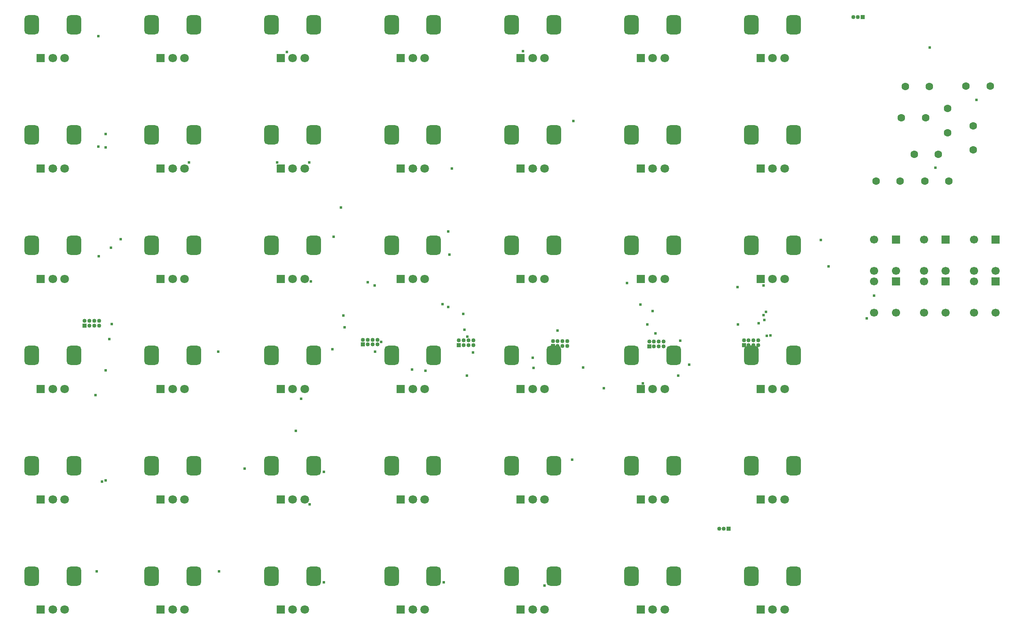
<source format=gbs>
G04 Layer: BottomSolderMaskLayer*
G04 EasyEDA Pro v2.2.35.2, 2025-01-22 11:24:46*
G04 Gerber Generator version 0.3*
G04 Scale: 100 percent, Rotated: No, Reflected: No*
G04 Dimensions in millimeters*
G04 Leading zeros omitted, absolute positions, 4 integers and 5 decimals*
%FSLAX45Y45*%
%MOMM*%
%AMRoundRect*1,1,$1,$2,$3*1,1,$1,$4,$5*1,1,$1,0-$2,0-$3*1,1,$1,0-$4,0-$5*20,1,$1,$2,$3,$4,$5,0*20,1,$1,$4,$5,0-$2,0-$3,0*20,1,$1,0-$2,0-$3,0-$4,0-$5,0*20,1,$1,0-$4,0-$5,$2,$3,0*4,1,4,$2,$3,$4,$5,0-$2,0-$3,0-$4,0-$5,$2,$3,0*%
%ADD10R,1.8X1.8*%
%ADD11C,1.8*%
%ADD12RoundRect,1.5X-0.75X-1.25X-0.75X1.25*%
%ADD13R,0.85X0.85*%
%ADD14C,0.85*%
%ADD15C,1.6*%
%ADD16C,1.7*%
%ADD17R,1.7X1.7*%
%ADD18R,0.8570X0.85*%
%ADD19R,0.85X0.85*%
%ADD20C,0.61*%
G75*


G04 Pad Start*
G54D10*
G01X14258500Y-8438200D03*
G54D11*
G01X14508500Y-8438200D03*
G01X14758500Y-8438200D03*
G54D12*
G01X14948500Y-7738200D03*
G01X14068500Y-7738200D03*
G54D10*
G01X19258500Y-10738200D03*
G54D11*
G01X19508500Y-10738200D03*
G01X19758500Y-10738200D03*
G54D12*
G01X19948500Y-10038200D03*
G01X19068500Y-10038200D03*
G54D10*
G01X9258500Y-3838200D03*
G54D11*
G01X9508500Y-3838200D03*
G01X9758500Y-3838200D03*
G54D12*
G01X9948500Y-3138200D03*
G01X9068500Y-3138200D03*
G54D10*
G01X11758500Y-10738200D03*
G54D11*
G01X12008500Y-10738200D03*
G01X12258500Y-10738200D03*
G54D12*
G01X12448500Y-10038200D03*
G01X11568500Y-10038200D03*
G54D10*
G01X6758500Y-3838200D03*
G54D11*
G01X7008500Y-3838200D03*
G01X7258500Y-3838200D03*
G54D12*
G01X7448500Y-3138200D03*
G01X6568500Y-3138200D03*
G54D10*
G01X4258500Y-3838200D03*
G54D11*
G01X4508500Y-3838200D03*
G01X4758500Y-3838200D03*
G54D12*
G01X4948500Y-3138200D03*
G01X4068500Y-3138200D03*
G54D13*
G01X10973500Y-9808433D03*
G54D14*
G01X10973500Y-9708433D03*
G01X11073500Y-9808433D03*
G01X11073500Y-9708433D03*
G01X11173500Y-9808433D03*
G01X11173500Y-9708433D03*
G01X11273500Y-9808433D03*
G01X11273500Y-9708433D03*
G54D10*
G01X11758500Y-8438200D03*
G54D11*
G01X12008500Y-8438200D03*
G01X12258500Y-8438200D03*
G54D12*
G01X12448500Y-7738200D03*
G01X11568500Y-7738200D03*
G54D10*
G01X16758500Y-15338200D03*
G54D11*
G01X17008500Y-15338200D03*
G01X17258500Y-15338200D03*
G54D12*
G01X17448500Y-14638200D03*
G01X16568500Y-14638200D03*
G54D10*
G01X16758500Y-13038200D03*
G54D11*
G01X17008500Y-13038200D03*
G01X17258500Y-13038200D03*
G54D12*
G01X17448500Y-12338200D03*
G01X16568500Y-12338200D03*
G54D10*
G01X4258500Y-15338200D03*
G54D11*
G01X4508500Y-15338200D03*
G01X4758500Y-15338200D03*
G54D12*
G01X4948500Y-14638200D03*
G01X4068500Y-14638200D03*
G54D15*
G01X22682200Y-6400800D03*
G01X23182200Y-6400800D03*
G54D10*
G01X4258500Y-8438200D03*
G54D11*
G01X4508500Y-8438200D03*
G01X4758500Y-8438200D03*
G54D12*
G01X4948500Y-7738200D03*
G01X4068500Y-7738200D03*
G54D15*
G01X23152100Y-5397500D03*
G01X23152100Y-4889500D03*
G54D10*
G01X6758500Y-13038200D03*
G54D11*
G01X7008500Y-13038200D03*
G01X7258500Y-13038200D03*
G54D12*
G01X7448500Y-12338200D03*
G01X6568500Y-12338200D03*
G54D10*
G01X16758500Y-3838200D03*
G54D11*
G01X17008500Y-3838200D03*
G01X17258500Y-3838200D03*
G54D12*
G01X17448500Y-3138200D03*
G01X16568500Y-3138200D03*
G54D16*
G01X24152500Y-9146200D03*
G54D17*
G01X24152500Y-8496200D03*
G54D16*
G01X23702500Y-8496200D03*
G01X23702500Y-9146200D03*
G54D13*
G01X14930500Y-9837200D03*
G54D14*
G01X14930500Y-9737200D03*
G01X15030500Y-9837200D03*
G01X15030500Y-9737200D03*
G01X15130500Y-9837200D03*
G01X15130500Y-9737200D03*
G01X15230500Y-9837200D03*
G01X15230500Y-9737200D03*
G54D10*
G01X9258500Y-10738200D03*
G54D11*
G01X9508500Y-10738200D03*
G01X9758500Y-10738200D03*
G54D12*
G01X9948500Y-10038200D03*
G01X9068500Y-10038200D03*
G54D10*
G01X4258500Y-6138200D03*
G54D11*
G01X4508500Y-6138200D03*
G01X4758500Y-6138200D03*
G54D12*
G01X4948500Y-5438200D03*
G01X4068500Y-5438200D03*
G54D15*
G01X22186900Y-5080000D03*
G01X22694900Y-5080000D03*
G54D10*
G01X16758500Y-8438200D03*
G54D11*
G01X17008500Y-8438200D03*
G01X17258500Y-8438200D03*
G54D12*
G01X17448500Y-7738200D03*
G01X16568500Y-7738200D03*
G54D10*
G01X19258500Y-3838200D03*
G54D11*
G01X19508500Y-3838200D03*
G01X19758500Y-3838200D03*
G54D12*
G01X19948500Y-3138200D03*
G01X19068500Y-3138200D03*
G54D10*
G01X14258500Y-15338200D03*
G54D11*
G01X14508500Y-15338200D03*
G01X14758500Y-15338200D03*
G54D12*
G01X14948500Y-14638200D03*
G01X14068500Y-14638200D03*
G54D10*
G01X11758500Y-15338200D03*
G54D11*
G01X12008500Y-15338200D03*
G01X12258500Y-15338200D03*
G54D12*
G01X12448500Y-14638200D03*
G01X11568500Y-14638200D03*
G54D10*
G01X11758500Y-3838200D03*
G54D11*
G01X12008500Y-3838200D03*
G01X12258500Y-3838200D03*
G54D12*
G01X12448500Y-3138200D03*
G01X11568500Y-3138200D03*
G54D16*
G01X23114000Y-9146200D03*
G54D17*
G01X23114000Y-8496200D03*
G54D16*
G01X22664000Y-8496200D03*
G01X22664000Y-9146200D03*
G54D13*
G01X12970500Y-9824700D03*
G54D14*
G01X12970500Y-9724700D03*
G01X13070500Y-9824700D03*
G01X13070500Y-9724700D03*
G01X13170500Y-9824700D03*
G01X13170500Y-9724700D03*
G01X13270500Y-9824700D03*
G01X13270500Y-9724700D03*
G54D10*
G01X16758500Y-10738200D03*
G54D11*
G01X17008500Y-10738200D03*
G01X17258500Y-10738200D03*
G54D12*
G01X17448500Y-10038200D03*
G01X16568500Y-10038200D03*
G54D10*
G01X4258500Y-13038200D03*
G54D11*
G01X4508500Y-13038200D03*
G01X4758500Y-13038200D03*
G54D12*
G01X4948500Y-12338200D03*
G01X4068500Y-12338200D03*
G54D13*
G01X18909250Y-9820088D03*
G54D14*
G01X18909250Y-9720088D03*
G01X19009250Y-9820088D03*
G01X19009250Y-9720088D03*
G01X19109250Y-9820088D03*
G01X19109250Y-9720088D03*
G01X19209250Y-9820088D03*
G01X19209250Y-9720088D03*
G54D10*
G01X9258500Y-8438200D03*
G54D11*
G01X9508500Y-8438200D03*
G01X9758500Y-8438200D03*
G54D12*
G01X9948500Y-7738200D03*
G01X9068500Y-7738200D03*
G54D10*
G01X6758500Y-8438200D03*
G54D11*
G01X7008500Y-8438200D03*
G01X7258500Y-8438200D03*
G54D12*
G01X7448500Y-7738200D03*
G01X6568500Y-7738200D03*
G54D19*
G01X18593500Y-13647200D03*
G54D14*
G01X18493500Y-13647200D03*
G01X18393500Y-13647200D03*
G54D10*
G01X19258500Y-6138200D03*
G54D11*
G01X19508500Y-6138200D03*
G01X19758500Y-6138200D03*
G54D12*
G01X19948500Y-5438200D03*
G01X19068500Y-5438200D03*
G54D10*
G01X14258500Y-3838200D03*
G54D11*
G01X14508500Y-3838200D03*
G01X14758500Y-3838200D03*
G54D12*
G01X14948500Y-3138200D03*
G01X14068500Y-3138200D03*
G54D16*
G01X22075500Y-9146200D03*
G54D17*
G01X22075500Y-8496200D03*
G54D16*
G01X21625500Y-8496200D03*
G01X21625500Y-9146200D03*
G01X24152500Y-8270000D03*
G54D17*
G01X24152500Y-7620000D03*
G54D16*
G01X23702500Y-7620000D03*
G01X23702500Y-8270000D03*
G54D10*
G01X19258500Y-15338200D03*
G54D11*
G01X19508500Y-15338200D03*
G01X19758500Y-15338200D03*
G54D12*
G01X19948500Y-14638200D03*
G01X19068500Y-14638200D03*
G54D10*
G01X19258500Y-8438200D03*
G54D11*
G01X19508500Y-8438200D03*
G01X19758500Y-8438200D03*
G54D12*
G01X19948500Y-7738200D03*
G01X19068500Y-7738200D03*
G54D10*
G01X6758500Y-6138200D03*
G54D11*
G01X7008500Y-6138200D03*
G01X7258500Y-6138200D03*
G54D12*
G01X7448500Y-5438200D03*
G01X6568500Y-5438200D03*
G54D10*
G01X6758500Y-15338200D03*
G54D11*
G01X7008500Y-15338200D03*
G01X7258500Y-15338200D03*
G54D12*
G01X7448500Y-14638200D03*
G01X6568500Y-14638200D03*
G54D16*
G01X23114000Y-8270000D03*
G54D17*
G01X23114000Y-7620000D03*
G54D16*
G01X22664000Y-7620000D03*
G01X22664000Y-8270000D03*
G54D10*
G01X19258500Y-13038200D03*
G54D11*
G01X19508500Y-13038200D03*
G01X19758500Y-13038200D03*
G54D12*
G01X19948500Y-12338200D03*
G01X19068500Y-12338200D03*
G54D15*
G01X23533100Y-4419600D03*
G01X24041100Y-4419600D03*
G54D13*
G01X5173500Y-9413200D03*
G54D14*
G01X5173500Y-9313200D03*
G01X5273500Y-9413200D03*
G01X5273500Y-9313200D03*
G01X5373500Y-9413200D03*
G01X5373500Y-9313200D03*
G01X5473500Y-9413200D03*
G01X5473500Y-9313200D03*
G54D10*
G01X14258500Y-6138200D03*
G54D11*
G01X14508500Y-6138200D03*
G01X14758500Y-6138200D03*
G54D12*
G01X14948500Y-5438200D03*
G01X14068500Y-5438200D03*
G54D15*
G01X22964200Y-5839300D03*
G01X22464200Y-5839300D03*
G01X22275800Y-4432300D03*
G01X22775800Y-4432300D03*
G01X21666200Y-6400800D03*
G01X22166200Y-6400800D03*
G54D10*
G01X9258500Y-6138200D03*
G54D11*
G01X9508500Y-6138200D03*
G01X9758500Y-6138200D03*
G54D12*
G01X9948500Y-5438200D03*
G01X9068500Y-5438200D03*
G54D10*
G01X14258500Y-10738200D03*
G54D11*
G01X14508500Y-10738200D03*
G01X14758500Y-10738200D03*
G54D12*
G01X14948500Y-10038200D03*
G01X14068500Y-10038200D03*
G54D19*
G01X21387500Y-2979200D03*
G54D14*
G01X21287500Y-2979200D03*
G01X21187500Y-2979200D03*
G54D10*
G01X9258500Y-15338200D03*
G54D11*
G01X9508500Y-15338200D03*
G01X9758500Y-15338200D03*
G54D12*
G01X9948500Y-14638200D03*
G01X9068500Y-14638200D03*
G54D10*
G01X6758500Y-10738200D03*
G54D11*
G01X7008500Y-10738200D03*
G01X7258500Y-10738200D03*
G54D12*
G01X7448500Y-10038200D03*
G01X6568500Y-10038200D03*
G54D10*
G01X11758500Y-13038200D03*
G54D11*
G01X12008500Y-13038200D03*
G01X12258500Y-13038200D03*
G54D12*
G01X12448500Y-12338200D03*
G01X11568500Y-12338200D03*
G54D16*
G01X22075500Y-8270000D03*
G54D17*
G01X22075500Y-7620000D03*
G54D16*
G01X21625500Y-7620000D03*
G01X21625500Y-8270000D03*
G54D10*
G01X14258500Y-13038200D03*
G54D11*
G01X14508500Y-13038200D03*
G01X14758500Y-13038200D03*
G54D12*
G01X14948500Y-12338200D03*
G01X14068500Y-12338200D03*
G54D10*
G01X11758500Y-6138200D03*
G54D11*
G01X12008500Y-6138200D03*
G01X12258500Y-6138200D03*
G54D12*
G01X12448500Y-5438200D03*
G01X11568500Y-5438200D03*
G54D13*
G01X16937250Y-9845950D03*
G54D14*
G01X16937250Y-9745950D03*
G01X17037250Y-9845950D03*
G01X17037250Y-9745950D03*
G01X17137250Y-9845950D03*
G01X17137250Y-9745950D03*
G01X17237250Y-9845950D03*
G01X17237250Y-9745950D03*
G54D15*
G01X23685500Y-5753100D03*
G01X23685500Y-5253100D03*
G54D10*
G01X4258500Y-10738200D03*
G54D11*
G01X4508500Y-10738200D03*
G01X4758500Y-10738200D03*
G54D12*
G01X4948500Y-10038200D03*
G01X4068500Y-10038200D03*
G54D10*
G01X16758500Y-6138200D03*
G54D11*
G01X17008500Y-6138200D03*
G01X17258500Y-6138200D03*
G54D12*
G01X17448500Y-5438200D03*
G01X16568500Y-5438200D03*
G54D10*
G01X9258500Y-13038200D03*
G54D11*
G01X9508500Y-13038200D03*
G01X9758500Y-13038200D03*
G54D12*
G01X9948500Y-12338200D03*
G01X9068500Y-12338200D03*
G04 Pad End*

G04 Via Start*
G54D20*
G01X22786000Y-3619500D03*
G01X20675600Y-8178800D03*
G01X9849800Y-6015400D03*
G01X9182300Y-6011200D03*
G01X7349800Y-6015400D03*
G01X5463100Y-5681000D03*
G01X10510200Y-6955200D03*
G01X5470200Y-7971200D03*
G01X15561000Y-10285200D03*
G01X16805600Y-10615400D03*
G01X22902800Y-6121400D03*
G01X15992800Y-10717000D03*
G01X5426900Y-14536800D03*
G01X9385500Y-3711200D03*
G01X5463100Y-3381000D03*
G01X20510200Y-7629600D03*
G01X5397500Y-10867800D03*
G01X18774900Y-8610600D03*
G01X12628100Y-8966200D03*
G01X11072500Y-8511800D03*
G01X11351900Y-9756400D03*
G01X10565500Y-9200433D03*
G01X10589300Y-9452833D03*
G01X11222700Y-9960833D03*
G01X9571700Y-11611833D03*
G01X8504900Y-12399233D03*
G01X12746700Y-9022633D03*
G01X19321867Y-9197000D03*
G01X13064500Y-9172200D03*
G01X13089900Y-9502400D03*
G01X13145100Y-9648500D03*
G01X11214700Y-8581700D03*
G01X11997700Y-10331800D03*
G01X12277100Y-10357200D03*
G01X13140700Y-10458800D03*
G01X13267700Y-9976200D03*
G01X15023100Y-9521500D03*
G01X16470900Y-8530900D03*
G01X19315700Y-8581700D03*
G01X14524100Y-10296000D03*
G01X14508500Y-10081400D03*
G01X12826900Y-6138200D03*
G01X16754500Y-8975200D03*
G01X19370700Y-9127600D03*
G01X17008500Y-9114300D03*
G01X17064250Y-9576250D03*
G01X16896100Y-9389400D03*
G01X17586900Y-9728200D03*
G01X18782250Y-9390450D03*
G01X19214050Y-9364488D03*
G01X19336250Y-9299200D03*
G01X19387050Y-9629400D03*
G01X19463250Y-9618488D03*
G01X21469850Y-9262888D03*
G01X21625500Y-8790600D03*
G01X10357800Y-7559000D03*
G01X9885500Y-8489000D03*
G01X10332400Y-9909800D03*
G01X9682300Y-10941400D03*
G01X10154600Y-12463800D03*
G01X9860100Y-13139800D03*
G01X10154600Y-14763800D03*
G01X12745400Y-7448700D03*
G01X12654600Y-14763800D03*
G01X14305600Y-3696100D03*
G01X15357800Y-5148700D03*
G01X12770800Y-7931300D03*
G01X15332400Y-12209800D03*
G01X14752000Y-14831300D03*
G01X17537900Y-10458800D03*
G01X17766500Y-10230200D03*
G01X7959400Y-9960600D03*
G01X7970200Y-14535200D03*
G01X5537200Y-12668600D03*
G01X23753700Y-4707000D03*
G01X5924600Y-7609800D03*
G01X5721400Y-7787600D03*
G01X5609000Y-10350000D03*
G01X5736000Y-9384800D03*
G01X5609000Y-5701800D03*
G01X5609000Y-5422400D03*
G01X5685200Y-9692600D03*
G01X5609000Y-12639000D03*
G04 Via End*

M02*


</source>
